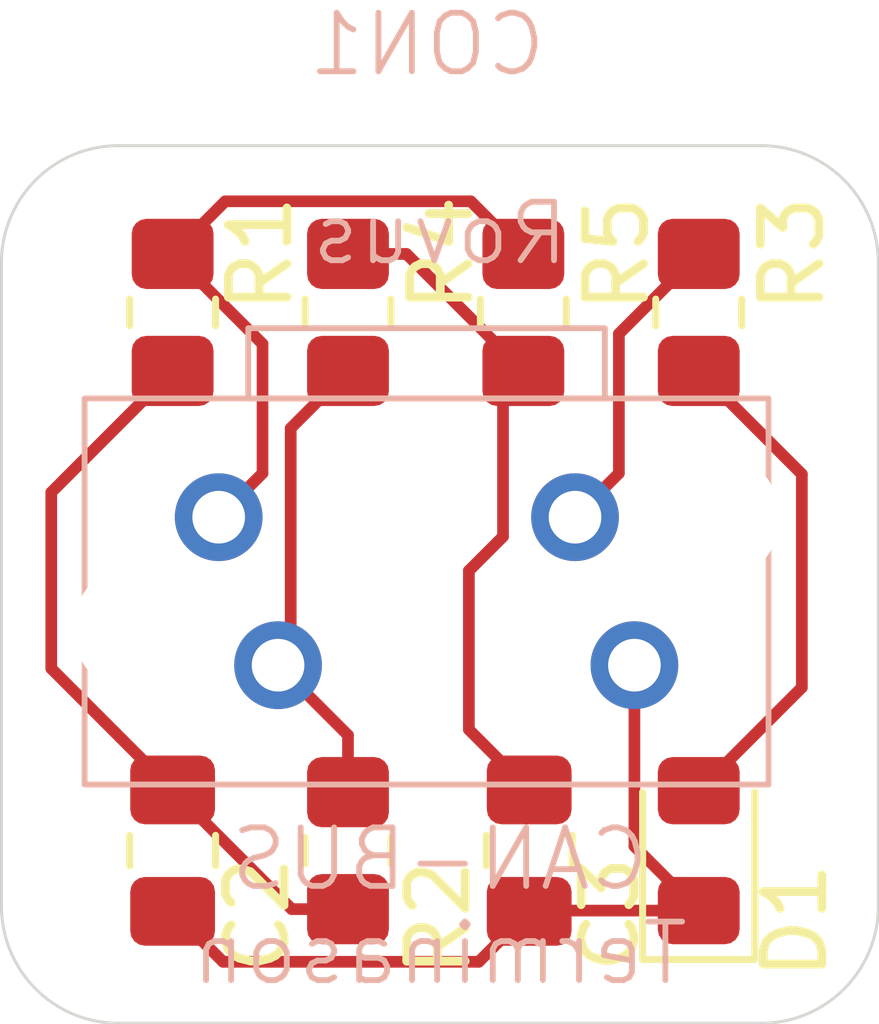
<source format=kicad_pcb>
(kicad_pcb (version 20240108) (generator "pcbnew") (generator_version "8.0")
  (layers (0 "F.Cu" signal) (31 "B.Cu" signal) (34 "B.Paste" user) (35 "F.Paste" user) (36 "B.SilkS" user "B.Silkscreen") (37 "F.SilkS" user "F.Silkscreen") (38 "B.Mask" user) (39 "F.Mask" user) (44 "Edge.Cuts" user))
  (net 0 "")
  (net 1 "Net-(C2-Pad1)")
  (net 2 "GND")
  (net 3 "Net-(C3-Pad1)")
  (net 4 "CAN_L")
  (net 5 "CAN_H")
  (net 6 "VCC")
  (net 7 "Net-(D1-A)")
  (footprint "Capacitor_SMD:C_0805_2012Metric_Pad1.18x1.45mm_HandSolder" (layer "F.Cu") (at 19.928 32.05 -90)
    (property "Reference" "C2" (at 1.1 -1.45 90) (layer "F.SilkS"))
    (property "Value" "47nF")
    (fp_line (start -0.261252 0.735) (end 0.261252 0.735) (stroke (width 0.12)) (layer "F.SilkS"))
    (fp_line (start -0.261252 -0.735) (end 0.261252 -0.735) (stroke (width 0.12)) (layer "F.SilkS"))
    (pad "1" smd roundrect (at -1.0375 0 270) (size 1.175 1.45) (layers "F.Cu" "F.Paste" "F.Mask") (roundrect_rratio 0.212766) (net 1 "Net-(C2-Pad1)"))
    (pad "2" smd roundrect (at 1.0375 0 270) (size 1.175 1.45) (layers "F.Cu" "F.Paste" "F.Mask") (roundrect_rratio 0.212766) (net 2 "GND"))
  )
  (footprint "Resistor_SMD:R_0805_2012Metric_Pad1.20x1.40mm_HandSolder" (layer "F.Cu") (at 19.928 22.85 -90)
    (property "Reference" "R1" (at -1 -1.5 90) (layer "F.SilkS"))
    (property "Value" "60")
    (fp_line (start -0.227064 0.735) (end 0.227064 0.735) (stroke (width 0.12)) (layer "F.SilkS"))
    (fp_line (start -0.227064 -0.735) (end 0.227064 -0.735) (stroke (width 0.12)) (layer "F.SilkS"))
    (pad "1" smd roundrect (at -1 0 270) (size 1.2 1.4) (layers "F.Cu" "F.Paste" "F.Mask") (roundrect_rratio 0.208333) (net 5 "CAN_H"))
    (pad "2" smd roundrect (at 1 0 270) (size 1.2 1.4) (layers "F.Cu" "F.Paste" "F.Mask") (roundrect_rratio 0.208333) (net 1 "Net-(C2-Pad1)"))
  )
  (footprint "Resistor_SMD:R_0805_2012Metric_Pad1.20x1.40mm_HandSolder" (layer "F.Cu") (at 22.928 32.05 90)
    (property "Reference" "R2" (at -1.15 1.55 -90) (layer "F.SilkS"))
    (property "Value" "60")
    (fp_line (start -0.227064 -0.735) (end 0.227064 -0.735) (stroke (width 0.12)) (layer "F.SilkS"))
    (fp_line (start -0.227064 0.735) (end 0.227064 0.735) (stroke (width 0.12)) (layer "F.SilkS"))
    (pad "1" smd roundrect (at -1 0 90) (size 1.2 1.4) (layers "F.Cu" "F.Paste" "F.Mask") (roundrect_rratio 0.208333) (net 1 "Net-(C2-Pad1)"))
    (pad "2" smd roundrect (at 1 0 90) (size 1.2 1.4) (layers "F.Cu" "F.Paste" "F.Mask") (roundrect_rratio 0.208333) (net 4 "CAN_L"))
  )
  (footprint "LED_SMD:LED_0805_2012Metric_Pad1.15x1.40mm_HandSolder" (layer "F.Cu") (at 28.928 32.05 90)
    (property "Reference" "D1" (at -1.2 1.65 -90) (layer "F.SilkS"))
    (property "Value" "LED")
    (fp_line (start 1 -0.96) (end -1.86 -0.96) (stroke (width 0.12)) (layer "F.SilkS"))
    (fp_line (start -1.86 -0.96) (end -1.86 0.96) (stroke (width 0.12)) (layer "F.SilkS"))
    (fp_line (start -1.86 0.96) (end 1 0.96) (stroke (width 0.12)) (layer "F.SilkS"))
    (pad "1" smd roundrect (at -1.025 0 90) (size 1.15 1.4) (layers "F.Cu" "F.Paste" "F.Mask") (roundrect_rratio 0.217391) (net 2 "GND"))
    (pad "2" smd roundrect (at 1.025 0 90) (size 1.15 1.4) (layers "F.Cu" "F.Paste" "F.Mask") (roundrect_rratio 0.217391) (net 7 "Net-(D1-A)"))
  )
  (footprint "Resistor_SMD:R_0805_2012Metric_Pad1.20x1.40mm_HandSolder" (layer "F.Cu") (at 28.928 22.85 90)
    (property "Reference" "R5" (at 1 -1.4 -90) (layer "F.SilkS"))
    (property "Value" "2k")
    (fp_line (start -0.227064 -0.735) (end 0.227064 -0.735) (stroke (width 0.12)) (layer "F.SilkS"))
    (fp_line (start -0.227064 0.735) (end 0.227064 0.735) (stroke (width 0.12)) (layer "F.SilkS"))
    (pad "1" smd roundrect (at -1 0 90) (size 1.2 1.4) (layers "F.Cu" "F.Paste" "F.Mask") (roundrect_rratio 0.208333) (net 7 "Net-(D1-A)"))
    (pad "2" smd roundrect (at 1 0 90) (size 1.2 1.4) (layers "F.Cu" "F.Paste" "F.Mask") (roundrect_rratio 0.208333) (net 6 "VCC"))
  )
  (footprint "Resistor_SMD:R_0805_2012Metric_Pad1.20x1.40mm_HandSolder" (layer "F.Cu") (at 22.928 22.85 -90)
    (property "Reference" "R4" (at -1 -1.6 90) (layer "F.SilkS"))
    (property "Value" "60")
    (fp_line (start -0.227064 0.735) (end 0.227064 0.735) (stroke (width 0.12)) (layer "F.SilkS"))
    (fp_line (start -0.227064 -0.735) (end 0.227064 -0.735) (stroke (width 0.12)) (layer "F.SilkS"))
    (pad "1" smd roundrect (at -1 0 270) (size 1.2 1.4) (layers "F.Cu" "F.Paste" "F.Mask") (roundrect_rratio 0.208333) (net 3 "Net-(C3-Pad1)"))
    (pad "2" smd roundrect (at 1 0 270) (size 1.2 1.4) (layers "F.Cu" "F.Paste" "F.Mask") (roundrect_rratio 0.208333) (net 4 "CAN_L"))
  )
  (footprint "Capacitor_SMD:C_0805_2012Metric_Pad1.18x1.45mm_HandSolder" (layer "F.Cu") (at 26.028 32.05 -90)
    (property "Reference" "C3" (at 1.09 -1.38 90) (layer "F.SilkS") (effects (font (size 0.9 1))))
    (property "Value" "47nF")
    (fp_line (start -0.261252 0.735) (end 0.261252 0.735) (stroke (width 0.12)) (layer "F.SilkS"))
    (fp_line (start -0.261252 -0.735) (end 0.261252 -0.735) (stroke (width 0.12)) (layer "F.SilkS"))
    (pad "1" smd roundrect (at -1.0375 0 270) (size 1.175 1.45) (layers "F.Cu" "F.Paste" "F.Mask") (roundrect_rratio 0.212766) (net 3 "Net-(C3-Pad1)"))
    (pad "2" smd roundrect (at 1.0375 0 270) (size 1.175 1.45) (layers "F.Cu" "F.Paste" "F.Mask") (roundrect_rratio 0.212766) (net 2 "GND"))
  )
  (footprint "Resistor_SMD:R_0805_2012Metric_Pad1.20x1.40mm_HandSolder" (layer "F.Cu") (at 25.928 22.85 -90)
    (property "Reference" "R3" (at -1 -4.6 90) (layer "F.SilkS"))
    (property "Value" "60")
    (fp_line (start -0.227064 0.735) (end 0.227064 0.735) (stroke (width 0.12)) (layer "F.SilkS"))
    (fp_line (start -0.227064 -0.735) (end 0.227064 -0.735) (stroke (width 0.12)) (layer "F.SilkS"))
    (pad "1" smd roundrect (at -1 0 270) (size 1.2 1.4) (layers "F.Cu" "F.Paste" "F.Mask") (roundrect_rratio 0.208333) (net 5 "CAN_H"))
    (pad "2" smd roundrect (at 1 0 270) (size 1.2 1.4) (layers "F.Cu" "F.Paste" "F.Mask") (roundrect_rratio 0.208333) (net 3 "Net-(C3-Pad1)"))
  )
  (footprint "AAA_Custom:RJ45_MALE-AJP92A8813" (layer "B.Cu") (at 24.272 27.62 180)
    (property "Reference" "CON1" (at -0.01 9.35 0) (layer "B.SilkS") (effects (font (thickness 0.1)) (justify mirror)))
    (property "Value" "~" (hide yes))
    (fp_rect (start 5.85 -3.3) (end -5.85 3.3) (stroke (width 0.1)) (fill none) (layer "B.SilkS"))
    (fp_rect (start 3.05 3.3) (end -3.05 4.5) (stroke (width 0.1)) (fill none) (layer "B.SilkS"))
    (pad "" np_thru_hole circle (at -4.89 1.27 180) (size 2.3 2.3) (drill 2.36) (layers "F&B.Cu" "*.Mask"))
    (pad "" np_thru_hole circle (at -1.524 -1.26 180) (size 0.9 0.9) (drill 0.9) (layers "F&B.Cu" "*.Mask"))
    (pad "" np_thru_hole circle (at -0.508 1.27 180) (size 0.9 0.9) (drill 0.9) (layers "F&B.Cu" "*.Mask"))
    (pad "" np_thru_hole circle (at 0.508 -1.26 180) (size 0.9 0.9) (drill 0.9) (layers "F&B.Cu" "*.Mask"))
    (pad "" np_thru_hole circle (at 1.524 1.27 180) (size 0.9 0.9) (drill 0.9) (layers "F&B.Cu" "*.Mask"))
    (pad "" np_thru_hole circle (at 4.89 -0.635 180) (size 2.3 2.3) (drill 2.36) (layers "F&B.Cu" "*.Mask"))
    (pad "1" thru_hole circle (at 3.556 1.27 180) (size 1.5 1.5) (drill 0.9) (layers "*.Cu" "*.Mask") (net 5 "CAN_H"))
    (pad "2" thru_hole circle (at 2.54 -1.26 180) (size 1.5 1.5) (drill 0.9) (layers "*.Cu" "*.Mask") (net 4 "CAN_L"))
    (pad "7" thru_hole circle (at -2.54 1.27 180) (size 1.5 1.5) (drill 0.9) (layers "*.Cu" "*.Mask") (net 6 "VCC"))
    (pad "8" thru_hole circle (at -3.556 -1.26 180) (size 1.5 1.5) (drill 0.9) (layers "*.Cu" "*.Mask") (net 2 "GND"))
  )
  (gr_arc (start 19 35) (mid 17.585786 34.414214) (end 17 33) (stroke (width 0.05)) (layer "Edge.Cuts"))
  (gr_line (start 32 22) (end 32 33) (stroke (width 0.05)) (layer "Edge.Cuts"))
  (gr_arc (start 32 33) (mid 31.414214 34.414214) (end 30 35) (stroke (width 0.05)) (layer "Edge.Cuts"))
  (gr_line (start 17 22) (end 17 33) (stroke (width 0.05)) (layer "Edge.Cuts"))
  (gr_line (start 19 20) (end 30 20) (stroke (width 0.05)) (layer "Edge.Cuts"))
  (gr_arc (start 17 22) (mid 17.585786 20.585786) (end 19 20) (stroke (width 0.05)) (layer "Edge.Cuts"))
  (gr_line (start 30 35) (end 19 35) (stroke (width 0.05)) (layer "Edge.Cuts"))
  (gr_arc (start 30 20) (mid 31.414214 20.585786) (end 32 22) (stroke (width 0.05)) (layer "Edge.Cuts"))
  (gr_text "Rovus" (at 24.5 21.5 0) (layer "B.SilkS") (effects (font (size 1 1) (thickness 0.1)) (justify mirror)))
  (gr_text "CAN-BUS\nTerminason" (at 24.5 33 0) (layer "B.SilkS") (effects (font (size 1 1) (thickness 0.1)) (justify mirror)))
  (segment (start 19.928 23.85) (end 17.852 25.926) (width 0.2) (layer "F.Cu") (net 1))
  (segment (start 17.852 28.9365) (end 19.928 31.0125) (width 0.2) (layer "F.Cu") (net 1))
  (segment (start 17.852 25.926) (end 17.852 28.9365) (width 0.2) (layer "F.Cu") (net 1))
  (segment (start 22.928 33.05) (end 21.9655 33.05) (width 0.2) (layer "F.Cu") (net 1))
  (segment (start 21.9655 33.05) (end 19.928 31.0125) (width 0.2) (layer "F.Cu") (net 1))
  (segment (start 28.928 33.075) (end 27.828 31.975) (width 0.2) (layer "F.Cu") (net 2))
  (segment (start 26.0405 33.075) (end 26.028 33.0875) (width 0.2) (layer "F.Cu") (net 2))
  (segment (start 25.1655 33.95) (end 20.7905 33.95) (width 0.2) (layer "F.Cu") (net 2))
  (segment (start 28.928 33.075) (end 26.0405 33.075) (width 0.2) (layer "F.Cu") (net 2))
  (segment (start 26.028 33.0875) (end 25.1655 33.95) (width 0.2) (layer "F.Cu") (net 2))
  (segment (start 20.7905 33.95) (end 19.928 33.0875) (width 0.2) (layer "F.Cu") (net 2))
  (segment (start 27.828 31.975) (end 27.828 28.88) (width 0.2) (layer "F.Cu") (net 2))
  (segment (start 25.58 24.198) (end 25.928 23.85) (width 0.2) (layer "F.Cu") (net 3))
  (segment (start 24.996 27.265371) (end 25.58 26.681371) (width 0.2) (layer "F.Cu") (net 3))
  (segment (start 25.58 26.681371) (end 25.58 24.198) (width 0.2) (layer "F.Cu") (net 3))
  (segment (start 23.928 21.85) (end 25.928 23.85) (width 0.2) (layer "F.Cu") (net 3))
  (segment (start 26.028 31.0125) (end 24.996 29.9805) (width 0.2) (layer "F.Cu") (net 3))
  (segment (start 22.928 21.85) (end 23.928 21.85) (width 0.2) (layer "F.Cu") (net 3))
  (segment (start 24.996 29.9805) (end 24.996 27.265371) (width 0.2) (layer "F.Cu") (net 3))
  (segment (start 22.928 31.05) (end 22.928 30.076) (width 0.2) (layer "F.Cu") (net 4))
  (segment (start 22.928 23.85) (end 21.948 24.83) (width 0.2) (layer "F.Cu") (net 4))
  (segment (start 22.928 30.076) (end 21.732 28.88) (width 0.2) (layer "F.Cu") (net 4))
  (segment (start 21.948 24.83) (end 21.948 28.664) (width 0.2) (layer "F.Cu") (net 4))
  (segment (start 21.948 28.664) (end 21.732 28.88) (width 0.2) (layer "F.Cu") (net 4))
  (segment (start 21.466 25.6) (end 20.716 26.35) (width 0.2) (layer "F.Cu") (net 5))
  (segment (start 19.928 21.85) (end 20.828 20.95) (width 0.2) (layer "F.Cu") (net 5))
  (segment (start 20.828 20.95) (end 25.028 20.95) (width 0.2) (layer "F.Cu") (net 5))
  (segment (start 19.928 21.85) (end 21.466 23.388) (width 0.2) (layer "F.Cu") (net 5))
  (segment (start 21.466 23.388) (end 21.466 25.6) (width 0.2) (layer "F.Cu") (net 5))
  (segment (start 25.028 20.95) (end 25.928 21.85) (width 0.2) (layer "F.Cu") (net 5))
  (segment (start 26.812 26.35) (end 27.562 25.6) (width 0.2) (layer "F.Cu") (net 6))
  (segment (start 27.562 23.216) (end 28.928 21.85) (width 0.2) (layer "F.Cu") (net 6))
  (segment (start 27.562 25.6) (end 27.562 23.216) (width 0.2) (layer "F.Cu") (net 6))
  (segment (start 28.928 23.85) (end 30.692 25.614) (width 0.2) (layer "F.Cu") (net 7))
  (segment (start 30.692 25.614) (end 30.692 29.261) (width 0.2) (layer "F.Cu") (net 7))
  (segment (start 30.692 29.261) (end 28.928 31.025) (width 0.2) (layer "F.Cu") (net 7))
)
</source>
